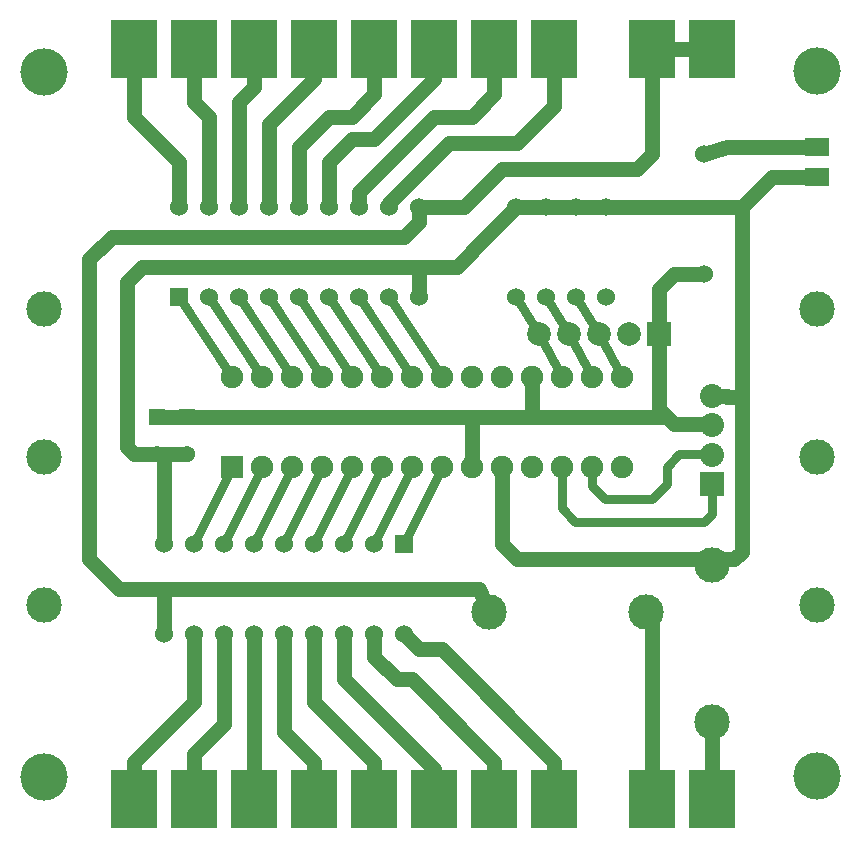
<source format=gbr>
G04 EasyPC Gerber Version 20.0.2 Build 4112 *
G04 #@! TF.Part,Single*
G04 #@! TF.FileFunction,Copper,L1,Bot *
%FSLAX35Y35*%
%MOIN*%
G04 #@! TA.AperFunction,SMDPad*
%ADD98R,0.15748X0.19685*%
G04 #@! TA.AperFunction,ComponentPad*
%ADD111R,0.05400X0.05400*%
%ADD97R,0.06000X0.06000*%
%ADD106R,0.07500X0.07500*%
G04 #@! TA.AperFunction,SMDPad*
%ADD100R,0.07874X0.07874*%
G04 #@! TA.AperFunction,ComponentPad*
%ADD108R,0.08000X0.08000*%
G04 #@! TD.AperFunction*
%ADD114C,0.03150*%
%ADD20C,0.05000*%
G04 #@! TA.AperFunction,ComponentPad*
%ADD112C,0.05400*%
G04 #@! TD.AperFunction*
%ADD15C,0.06000*%
G04 #@! TA.AperFunction,ComponentPad*
%ADD107C,0.07500*%
G04 #@! TA.AperFunction,SMDPad*
%ADD101C,0.07874*%
G04 #@! TA.AperFunction,ComponentPad*
%ADD109C,0.08000*%
%ADD113C,0.11811*%
G04 #@! TA.AperFunction,WasherPad*
%ADD105C,0.15748*%
G04 #@! TA.AperFunction,SMDPad*
%ADD110R,0.08000X0.06000*%
X0Y0D02*
D02*
D15*
X60250Y70250D03*
Y100250D03*
X65250Y212750D03*
X70250Y70250D03*
Y100250D03*
X75250Y182750D03*
Y212750D03*
X80250Y70250D03*
Y100250D03*
X85250Y182750D03*
Y212750D03*
X90250Y70250D03*
Y100250D03*
X95250Y182750D03*
Y212750D03*
X100250Y70250D03*
Y100250D03*
X105250Y182750D03*
Y212750D03*
X110250Y70250D03*
Y100250D03*
X115250Y182750D03*
Y212750D03*
X120250Y70250D03*
Y100250D03*
X125250Y182750D03*
Y212750D03*
X130250Y70250D03*
Y100250D03*
X135250Y182750D03*
Y212750D03*
X140250Y70250D03*
X145250Y182750D03*
Y212750D03*
X177533Y182750D03*
Y212750D03*
X187533Y182750D03*
Y212750D03*
X197533Y182750D03*
Y212750D03*
X207533Y182750D03*
Y212750D03*
X240250Y190250D03*
Y230250D03*
D02*
D20*
X50250Y15250D02*
Y27750D01*
X70250Y47750*
Y70250*
X57750Y142750D02*
X67750D01*
X60250Y70250D02*
Y85250D01*
X165250*
X168380Y77750*
X60250Y85250D02*
X45250D01*
X35250Y95250*
Y195250*
X42750Y202750*
X140250*
X145250Y207750*
Y212750*
X60250Y100250D02*
Y130250D01*
X57750*
X65250Y212750D02*
Y227750D01*
X50250Y242750*
Y265289*
X67750Y130250D02*
X60250D01*
X70250Y15250D02*
Y30250D01*
X80250Y40250*
Y70250*
X75250Y212750D02*
Y242750D01*
X70250Y247750*
Y265289*
X85250Y212750D02*
Y247750D01*
X90250Y252750*
Y265289*
Y15250D02*
Y70250D01*
X95250Y212750D02*
Y240250D01*
X110250Y255250*
Y265289*
X105250Y212750D02*
Y232750D01*
X115250Y242750*
X122750*
X130250Y250250*
Y265289*
X110250Y15250D02*
Y27750D01*
X100250Y37750*
Y70250*
X115250Y212750D02*
Y227750D01*
X122750Y235250*
X130250*
X150250Y255250*
Y265289*
X125250Y212750D02*
Y217750D01*
X150250Y242750*
X162750*
X170250Y250250*
Y265289*
X130250Y15250D02*
Y27750D01*
X110250Y47750*
Y70250*
X135250Y212750D02*
Y213872D01*
X155250Y233872*
X177750*
X190250Y246372*
Y265289*
X145250Y182750D02*
Y192750D01*
X52750*
X47750Y187750*
Y132750*
X50250Y130250*
X57750*
X150250Y15250D02*
Y25250D01*
X120250Y55250*
Y70250*
X162750Y142750D02*
Y125950D01*
X170250Y15250D02*
Y27750D01*
X142750Y55250*
X137750*
X130250Y62750*
Y70250*
X177533Y212750D02*
X162750Y197967D01*
Y197750*
X157750Y192750*
X145250*
Y182750*
X177533Y212750D02*
X187533D01*
X182750Y155950D02*
Y142750D01*
X185250*
X67750*
X185250D02*
X227750D01*
X187533Y212750D02*
X197533D01*
X190250Y15250D02*
Y27750D01*
X152750Y65250*
X145250*
X140250Y70250*
X197533Y212750D02*
X207533D01*
X222750Y15250D02*
Y77750D01*
Y265250D02*
X242750D01*
X222750D02*
Y230250D01*
X217750Y225250*
X172750*
X160250Y212750*
X145250*
X227750Y142750D02*
X225250Y145250D01*
Y170250*
X240250Y190250D02*
X230250D01*
X225250Y185250*
Y170250*
X240250Y230250D02*
X247750Y232750D01*
X277750*
X242750Y40880D02*
Y15250D01*
Y139935D02*
Y140250D01*
X230250*
X227750Y142750*
X242750Y149778D02*
X247750D01*
Y149416*
X252750*
Y97750*
X250250Y95250*
X237750*
X232750*
X177750*
X172750Y100250*
Y125950*
X252750Y207750D02*
Y212750D01*
X207533*
X252750Y207750D02*
Y149416D01*
X277750Y222750D02*
X262750D01*
X252750Y212750*
Y207750*
D02*
D97*
X65250Y182750D03*
X140250Y100250D03*
D02*
D98*
X50250Y15250D03*
Y265289D03*
X70250Y15250D03*
Y265289D03*
X90250Y15250D03*
Y265289D03*
X110250Y15250D03*
Y265289D03*
X130250Y15250D03*
Y265289D03*
X150250Y15250D03*
Y265289D03*
X170250Y15250D03*
Y265289D03*
X190250Y15250D03*
Y265289D03*
X222750Y15250D03*
Y265250D03*
X242750Y15250D03*
Y265250D03*
D02*
D100*
X225250Y170250D03*
D02*
D101*
X185250D03*
X195250D03*
X205250D03*
X215250D03*
D02*
D105*
X20250Y22750D03*
Y257750D03*
X277750Y23118D03*
Y258118D03*
D02*
D106*
X82750Y125950D03*
D02*
D107*
Y155950D03*
X92750Y125950D03*
Y155950D03*
X102750Y125950D03*
Y155950D03*
X112750Y125950D03*
Y155950D03*
X122750Y125950D03*
Y155950D03*
X132750Y125950D03*
Y155950D03*
X142750Y125950D03*
Y155950D03*
X152750Y125950D03*
Y155950D03*
X162750Y125950D03*
Y155950D03*
X172750Y125950D03*
Y155950D03*
X182750Y125950D03*
Y155950D03*
X192750Y125950D03*
Y155950D03*
X202750Y125950D03*
Y155950D03*
X212750Y125950D03*
Y155950D03*
D02*
D108*
X242750Y120250D03*
D02*
D109*
Y130093D03*
Y139935D03*
Y149778D03*
D02*
D110*
X277750Y222750D03*
Y232750D03*
D02*
D111*
X57750Y142750D03*
X67750D03*
D02*
D112*
X57750Y130250D03*
X67750D03*
D02*
D113*
X20250Y80073D03*
Y129285D03*
Y178498D03*
X168380Y77750D03*
X220900D03*
X242750Y40880D03*
Y93400D03*
X277750Y80073D03*
Y129285D03*
Y178498D03*
D02*
D114*
X65250Y182750D02*
X82750Y155950D01*
X75250Y182750D02*
X92750Y155950D01*
X82750Y125950D02*
X70250Y100250D01*
X85250Y182750D02*
X102750Y155950D01*
X92750Y125950D02*
X80250Y100250D01*
X95250Y182750D02*
X112750Y155950D01*
X102750Y125950D02*
X90250Y100250D01*
X105250Y182750D02*
X122750Y155950D01*
X112750Y125950D02*
X100250Y100250D01*
X115250Y182750D02*
X132750Y155950D01*
X122750Y125950D02*
X110250Y100250D01*
X125250Y182750D02*
X142750Y155950D01*
X132750Y125950D02*
X120250Y100250D01*
X135250Y182750D02*
X152750Y155950D01*
X142750Y125950D02*
X130250Y100250D01*
X152750Y125950D02*
X140250Y100250D01*
X177533Y182750D02*
X185250Y170250D01*
X192750Y155950*
X187533Y182750D02*
X195250Y170250D01*
X202750Y155950*
X197533Y182750D02*
X205250Y170250D01*
X202750Y125950D02*
Y119716D01*
X207216Y115250*
X222750*
X227750Y120250*
Y126134*
X231866Y130250*
X242750*
Y130093*
X205250Y170250D02*
X212750Y155950D01*
X222750Y77750D02*
X220900D01*
X242750Y120250D02*
Y110250D01*
X240250Y107750*
X197216*
X192750Y112216*
Y125950*
X0Y0D02*
M02*

</source>
